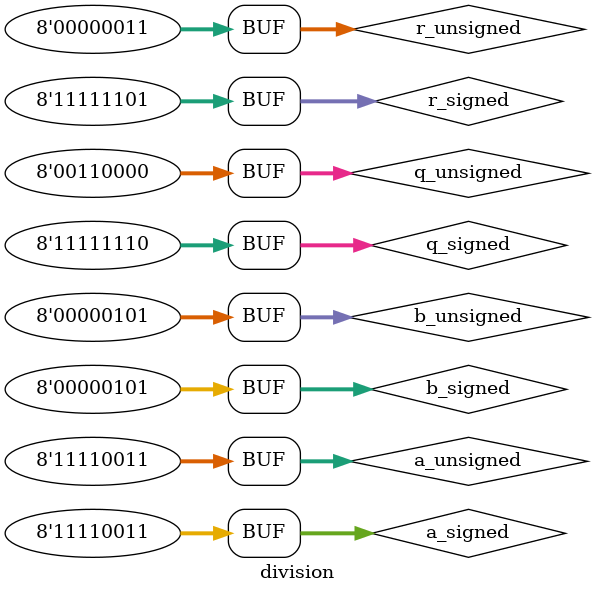
<source format=v>
`timescale 1ns / 1ps


module division();
  reg signed [7:0] a_signed, b_signed;
  wire signed [7:0] q_signed, r_signed;
  reg [7:0] a_unsigned, b_unsigned;
  wire [7:0] q_unsigned, r_unsigned;
  assign q_signed   = a_signed / b_signed;
  assign r_signed   = a_signed % b_signed;
  assign q_unsigned = a_unsigned / b_unsigned;
  assign r_unsigned = a_unsigned % b_unsigned;
  
  initial begin
    a_signed = -13;
    b_signed = 5;
    a_unsigned = -13;  
    b_unsigned = 5;
end
endmodule

</source>
